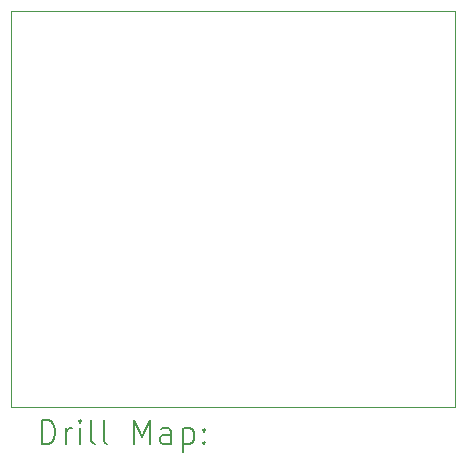
<source format=gbr>
%TF.GenerationSoftware,KiCad,Pcbnew,8.0.6*%
%TF.CreationDate,2025-04-02T21:44:41+01:00*%
%TF.ProjectId,PCB_1001_00,5043425f-3130-4303-915f-30302e6b6963,01*%
%TF.SameCoordinates,Original*%
%TF.FileFunction,Drillmap*%
%TF.FilePolarity,Positive*%
%FSLAX45Y45*%
G04 Gerber Fmt 4.5, Leading zero omitted, Abs format (unit mm)*
G04 Created by KiCad (PCBNEW 8.0.6) date 2025-04-02 21:44:41*
%MOMM*%
%LPD*%
G01*
G04 APERTURE LIST*
%ADD10C,0.050000*%
%ADD11C,0.200000*%
G04 APERTURE END LIST*
D10*
X12369800Y-7848600D02*
X16129000Y-7848600D01*
X16129000Y-11201400D01*
X12369800Y-11201400D01*
X12369800Y-7848600D01*
D11*
X12628077Y-11515384D02*
X12628077Y-11315384D01*
X12628077Y-11315384D02*
X12675696Y-11315384D01*
X12675696Y-11315384D02*
X12704267Y-11324908D01*
X12704267Y-11324908D02*
X12723315Y-11343955D01*
X12723315Y-11343955D02*
X12732839Y-11363003D01*
X12732839Y-11363003D02*
X12742362Y-11401098D01*
X12742362Y-11401098D02*
X12742362Y-11429669D01*
X12742362Y-11429669D02*
X12732839Y-11467765D01*
X12732839Y-11467765D02*
X12723315Y-11486812D01*
X12723315Y-11486812D02*
X12704267Y-11505860D01*
X12704267Y-11505860D02*
X12675696Y-11515384D01*
X12675696Y-11515384D02*
X12628077Y-11515384D01*
X12828077Y-11515384D02*
X12828077Y-11382050D01*
X12828077Y-11420146D02*
X12837601Y-11401098D01*
X12837601Y-11401098D02*
X12847124Y-11391574D01*
X12847124Y-11391574D02*
X12866172Y-11382050D01*
X12866172Y-11382050D02*
X12885220Y-11382050D01*
X12951886Y-11515384D02*
X12951886Y-11382050D01*
X12951886Y-11315384D02*
X12942362Y-11324908D01*
X12942362Y-11324908D02*
X12951886Y-11334431D01*
X12951886Y-11334431D02*
X12961410Y-11324908D01*
X12961410Y-11324908D02*
X12951886Y-11315384D01*
X12951886Y-11315384D02*
X12951886Y-11334431D01*
X13075696Y-11515384D02*
X13056648Y-11505860D01*
X13056648Y-11505860D02*
X13047124Y-11486812D01*
X13047124Y-11486812D02*
X13047124Y-11315384D01*
X13180458Y-11515384D02*
X13161410Y-11505860D01*
X13161410Y-11505860D02*
X13151886Y-11486812D01*
X13151886Y-11486812D02*
X13151886Y-11315384D01*
X13409029Y-11515384D02*
X13409029Y-11315384D01*
X13409029Y-11315384D02*
X13475696Y-11458241D01*
X13475696Y-11458241D02*
X13542362Y-11315384D01*
X13542362Y-11315384D02*
X13542362Y-11515384D01*
X13723315Y-11515384D02*
X13723315Y-11410622D01*
X13723315Y-11410622D02*
X13713791Y-11391574D01*
X13713791Y-11391574D02*
X13694743Y-11382050D01*
X13694743Y-11382050D02*
X13656648Y-11382050D01*
X13656648Y-11382050D02*
X13637601Y-11391574D01*
X13723315Y-11505860D02*
X13704267Y-11515384D01*
X13704267Y-11515384D02*
X13656648Y-11515384D01*
X13656648Y-11515384D02*
X13637601Y-11505860D01*
X13637601Y-11505860D02*
X13628077Y-11486812D01*
X13628077Y-11486812D02*
X13628077Y-11467765D01*
X13628077Y-11467765D02*
X13637601Y-11448717D01*
X13637601Y-11448717D02*
X13656648Y-11439193D01*
X13656648Y-11439193D02*
X13704267Y-11439193D01*
X13704267Y-11439193D02*
X13723315Y-11429669D01*
X13818553Y-11382050D02*
X13818553Y-11582050D01*
X13818553Y-11391574D02*
X13837601Y-11382050D01*
X13837601Y-11382050D02*
X13875696Y-11382050D01*
X13875696Y-11382050D02*
X13894743Y-11391574D01*
X13894743Y-11391574D02*
X13904267Y-11401098D01*
X13904267Y-11401098D02*
X13913791Y-11420146D01*
X13913791Y-11420146D02*
X13913791Y-11477288D01*
X13913791Y-11477288D02*
X13904267Y-11496336D01*
X13904267Y-11496336D02*
X13894743Y-11505860D01*
X13894743Y-11505860D02*
X13875696Y-11515384D01*
X13875696Y-11515384D02*
X13837601Y-11515384D01*
X13837601Y-11515384D02*
X13818553Y-11505860D01*
X13999505Y-11496336D02*
X14009029Y-11505860D01*
X14009029Y-11505860D02*
X13999505Y-11515384D01*
X13999505Y-11515384D02*
X13989982Y-11505860D01*
X13989982Y-11505860D02*
X13999505Y-11496336D01*
X13999505Y-11496336D02*
X13999505Y-11515384D01*
X13999505Y-11391574D02*
X14009029Y-11401098D01*
X14009029Y-11401098D02*
X13999505Y-11410622D01*
X13999505Y-11410622D02*
X13989982Y-11401098D01*
X13989982Y-11401098D02*
X13999505Y-11391574D01*
X13999505Y-11391574D02*
X13999505Y-11410622D01*
M02*

</source>
